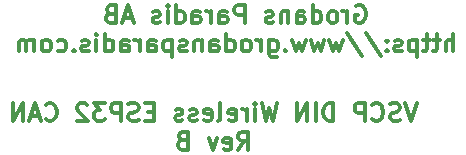
<source format=gbr>
%TF.GenerationSoftware,KiCad,Pcbnew,6.0.2+dfsg-1*%
%TF.CreationDate,2022-06-15T15:33:45+02:00*%
%TF.ProjectId,vscp-din-wireless-esp32-can,76736370-2d64-4696-9e2d-776972656c65,rev?*%
%TF.SameCoordinates,Original*%
%TF.FileFunction,Legend,Bot*%
%TF.FilePolarity,Positive*%
%FSLAX46Y46*%
G04 Gerber Fmt 4.6, Leading zero omitted, Abs format (unit mm)*
G04 Created by KiCad (PCBNEW 6.0.2+dfsg-1) date 2022-06-15 15:33:45*
%MOMM*%
%LPD*%
G01*
G04 APERTURE LIST*
%ADD10C,0.300000*%
G04 APERTURE END LIST*
D10*
X163164285Y-84671071D02*
X162664285Y-86171071D01*
X162164285Y-84671071D01*
X161735714Y-86099642D02*
X161521428Y-86171071D01*
X161164285Y-86171071D01*
X161021428Y-86099642D01*
X160950000Y-86028214D01*
X160878571Y-85885357D01*
X160878571Y-85742500D01*
X160950000Y-85599642D01*
X161021428Y-85528214D01*
X161164285Y-85456785D01*
X161450000Y-85385357D01*
X161592857Y-85313928D01*
X161664285Y-85242500D01*
X161735714Y-85099642D01*
X161735714Y-84956785D01*
X161664285Y-84813928D01*
X161592857Y-84742500D01*
X161450000Y-84671071D01*
X161092857Y-84671071D01*
X160878571Y-84742500D01*
X159378571Y-86028214D02*
X159450000Y-86099642D01*
X159664285Y-86171071D01*
X159807142Y-86171071D01*
X160021428Y-86099642D01*
X160164285Y-85956785D01*
X160235714Y-85813928D01*
X160307142Y-85528214D01*
X160307142Y-85313928D01*
X160235714Y-85028214D01*
X160164285Y-84885357D01*
X160021428Y-84742500D01*
X159807142Y-84671071D01*
X159664285Y-84671071D01*
X159450000Y-84742500D01*
X159378571Y-84813928D01*
X158735714Y-86171071D02*
X158735714Y-84671071D01*
X158164285Y-84671071D01*
X158021428Y-84742500D01*
X157950000Y-84813928D01*
X157878571Y-84956785D01*
X157878571Y-85171071D01*
X157950000Y-85313928D01*
X158021428Y-85385357D01*
X158164285Y-85456785D01*
X158735714Y-85456785D01*
X156092857Y-86171071D02*
X156092857Y-84671071D01*
X155735714Y-84671071D01*
X155521428Y-84742500D01*
X155378571Y-84885357D01*
X155307142Y-85028214D01*
X155235714Y-85313928D01*
X155235714Y-85528214D01*
X155307142Y-85813928D01*
X155378571Y-85956785D01*
X155521428Y-86099642D01*
X155735714Y-86171071D01*
X156092857Y-86171071D01*
X154592857Y-86171071D02*
X154592857Y-84671071D01*
X153878571Y-86171071D02*
X153878571Y-84671071D01*
X153021428Y-86171071D01*
X153021428Y-84671071D01*
X151307142Y-84671071D02*
X150950000Y-86171071D01*
X150664285Y-85099642D01*
X150378571Y-86171071D01*
X150021428Y-84671071D01*
X149450000Y-86171071D02*
X149450000Y-85171071D01*
X149450000Y-84671071D02*
X149521428Y-84742500D01*
X149450000Y-84813928D01*
X149378571Y-84742500D01*
X149450000Y-84671071D01*
X149450000Y-84813928D01*
X148735714Y-86171071D02*
X148735714Y-85171071D01*
X148735714Y-85456785D02*
X148664285Y-85313928D01*
X148592857Y-85242500D01*
X148450000Y-85171071D01*
X148307142Y-85171071D01*
X147235714Y-86099642D02*
X147378571Y-86171071D01*
X147664285Y-86171071D01*
X147807142Y-86099642D01*
X147878571Y-85956785D01*
X147878571Y-85385357D01*
X147807142Y-85242500D01*
X147664285Y-85171071D01*
X147378571Y-85171071D01*
X147235714Y-85242500D01*
X147164285Y-85385357D01*
X147164285Y-85528214D01*
X147878571Y-85671071D01*
X146307142Y-86171071D02*
X146450000Y-86099642D01*
X146521428Y-85956785D01*
X146521428Y-84671071D01*
X145164285Y-86099642D02*
X145307142Y-86171071D01*
X145592857Y-86171071D01*
X145735714Y-86099642D01*
X145807142Y-85956785D01*
X145807142Y-85385357D01*
X145735714Y-85242500D01*
X145592857Y-85171071D01*
X145307142Y-85171071D01*
X145164285Y-85242500D01*
X145092857Y-85385357D01*
X145092857Y-85528214D01*
X145807142Y-85671071D01*
X144521428Y-86099642D02*
X144378571Y-86171071D01*
X144092857Y-86171071D01*
X143950000Y-86099642D01*
X143878571Y-85956785D01*
X143878571Y-85885357D01*
X143950000Y-85742500D01*
X144092857Y-85671071D01*
X144307142Y-85671071D01*
X144450000Y-85599642D01*
X144521428Y-85456785D01*
X144521428Y-85385357D01*
X144450000Y-85242500D01*
X144307142Y-85171071D01*
X144092857Y-85171071D01*
X143950000Y-85242500D01*
X143307142Y-86099642D02*
X143164285Y-86171071D01*
X142878571Y-86171071D01*
X142735714Y-86099642D01*
X142664285Y-85956785D01*
X142664285Y-85885357D01*
X142735714Y-85742500D01*
X142878571Y-85671071D01*
X143092857Y-85671071D01*
X143235714Y-85599642D01*
X143307142Y-85456785D01*
X143307142Y-85385357D01*
X143235714Y-85242500D01*
X143092857Y-85171071D01*
X142878571Y-85171071D01*
X142735714Y-85242500D01*
X140878571Y-85385357D02*
X140378571Y-85385357D01*
X140164285Y-86171071D02*
X140878571Y-86171071D01*
X140878571Y-84671071D01*
X140164285Y-84671071D01*
X139592857Y-86099642D02*
X139378571Y-86171071D01*
X139021428Y-86171071D01*
X138878571Y-86099642D01*
X138807142Y-86028214D01*
X138735714Y-85885357D01*
X138735714Y-85742500D01*
X138807142Y-85599642D01*
X138878571Y-85528214D01*
X139021428Y-85456785D01*
X139307142Y-85385357D01*
X139450000Y-85313928D01*
X139521428Y-85242500D01*
X139592857Y-85099642D01*
X139592857Y-84956785D01*
X139521428Y-84813928D01*
X139450000Y-84742500D01*
X139307142Y-84671071D01*
X138950000Y-84671071D01*
X138735714Y-84742500D01*
X138092857Y-86171071D02*
X138092857Y-84671071D01*
X137521428Y-84671071D01*
X137378571Y-84742500D01*
X137307142Y-84813928D01*
X137235714Y-84956785D01*
X137235714Y-85171071D01*
X137307142Y-85313928D01*
X137378571Y-85385357D01*
X137521428Y-85456785D01*
X138092857Y-85456785D01*
X136735714Y-84671071D02*
X135807142Y-84671071D01*
X136307142Y-85242500D01*
X136092857Y-85242500D01*
X135950000Y-85313928D01*
X135878571Y-85385357D01*
X135807142Y-85528214D01*
X135807142Y-85885357D01*
X135878571Y-86028214D01*
X135950000Y-86099642D01*
X136092857Y-86171071D01*
X136521428Y-86171071D01*
X136664285Y-86099642D01*
X136735714Y-86028214D01*
X135235714Y-84813928D02*
X135164285Y-84742500D01*
X135021428Y-84671071D01*
X134664285Y-84671071D01*
X134521428Y-84742500D01*
X134450000Y-84813928D01*
X134378571Y-84956785D01*
X134378571Y-85099642D01*
X134450000Y-85313928D01*
X135307142Y-86171071D01*
X134378571Y-86171071D01*
X131735714Y-86028214D02*
X131807142Y-86099642D01*
X132021428Y-86171071D01*
X132164285Y-86171071D01*
X132378571Y-86099642D01*
X132521428Y-85956785D01*
X132592857Y-85813928D01*
X132664285Y-85528214D01*
X132664285Y-85313928D01*
X132592857Y-85028214D01*
X132521428Y-84885357D01*
X132378571Y-84742500D01*
X132164285Y-84671071D01*
X132021428Y-84671071D01*
X131807142Y-84742500D01*
X131735714Y-84813928D01*
X131164285Y-85742500D02*
X130450000Y-85742500D01*
X131307142Y-86171071D02*
X130807142Y-84671071D01*
X130307142Y-86171071D01*
X129807142Y-86171071D02*
X129807142Y-84671071D01*
X128950000Y-86171071D01*
X128950000Y-84671071D01*
X148021428Y-88586071D02*
X148521428Y-87871785D01*
X148878571Y-88586071D02*
X148878571Y-87086071D01*
X148307142Y-87086071D01*
X148164285Y-87157500D01*
X148092857Y-87228928D01*
X148021428Y-87371785D01*
X148021428Y-87586071D01*
X148092857Y-87728928D01*
X148164285Y-87800357D01*
X148307142Y-87871785D01*
X148878571Y-87871785D01*
X146807142Y-88514642D02*
X146950000Y-88586071D01*
X147235714Y-88586071D01*
X147378571Y-88514642D01*
X147450000Y-88371785D01*
X147450000Y-87800357D01*
X147378571Y-87657500D01*
X147235714Y-87586071D01*
X146950000Y-87586071D01*
X146807142Y-87657500D01*
X146735714Y-87800357D01*
X146735714Y-87943214D01*
X147450000Y-88086071D01*
X146235714Y-87586071D02*
X145878571Y-88586071D01*
X145521428Y-87586071D01*
X143307142Y-87800357D02*
X143092857Y-87871785D01*
X143021428Y-87943214D01*
X142950000Y-88086071D01*
X142950000Y-88300357D01*
X143021428Y-88443214D01*
X143092857Y-88514642D01*
X143235714Y-88586071D01*
X143807142Y-88586071D01*
X143807142Y-87086071D01*
X143307142Y-87086071D01*
X143164285Y-87157500D01*
X143092857Y-87228928D01*
X143021428Y-87371785D01*
X143021428Y-87514642D01*
X143092857Y-87657500D01*
X143164285Y-87728928D01*
X143307142Y-87800357D01*
X143807142Y-87800357D01*
X157992857Y-76442500D02*
X158135714Y-76371071D01*
X158350000Y-76371071D01*
X158564285Y-76442500D01*
X158707142Y-76585357D01*
X158778571Y-76728214D01*
X158850000Y-77013928D01*
X158850000Y-77228214D01*
X158778571Y-77513928D01*
X158707142Y-77656785D01*
X158564285Y-77799642D01*
X158350000Y-77871071D01*
X158207142Y-77871071D01*
X157992857Y-77799642D01*
X157921428Y-77728214D01*
X157921428Y-77228214D01*
X158207142Y-77228214D01*
X157278571Y-77871071D02*
X157278571Y-76871071D01*
X157278571Y-77156785D02*
X157207142Y-77013928D01*
X157135714Y-76942500D01*
X156992857Y-76871071D01*
X156850000Y-76871071D01*
X156135714Y-77871071D02*
X156278571Y-77799642D01*
X156350000Y-77728214D01*
X156421428Y-77585357D01*
X156421428Y-77156785D01*
X156350000Y-77013928D01*
X156278571Y-76942500D01*
X156135714Y-76871071D01*
X155921428Y-76871071D01*
X155778571Y-76942500D01*
X155707142Y-77013928D01*
X155635714Y-77156785D01*
X155635714Y-77585357D01*
X155707142Y-77728214D01*
X155778571Y-77799642D01*
X155921428Y-77871071D01*
X156135714Y-77871071D01*
X154350000Y-77871071D02*
X154350000Y-76371071D01*
X154350000Y-77799642D02*
X154492857Y-77871071D01*
X154778571Y-77871071D01*
X154921428Y-77799642D01*
X154992857Y-77728214D01*
X155064285Y-77585357D01*
X155064285Y-77156785D01*
X154992857Y-77013928D01*
X154921428Y-76942500D01*
X154778571Y-76871071D01*
X154492857Y-76871071D01*
X154350000Y-76942500D01*
X152992857Y-77871071D02*
X152992857Y-77085357D01*
X153064285Y-76942500D01*
X153207142Y-76871071D01*
X153492857Y-76871071D01*
X153635714Y-76942500D01*
X152992857Y-77799642D02*
X153135714Y-77871071D01*
X153492857Y-77871071D01*
X153635714Y-77799642D01*
X153707142Y-77656785D01*
X153707142Y-77513928D01*
X153635714Y-77371071D01*
X153492857Y-77299642D01*
X153135714Y-77299642D01*
X152992857Y-77228214D01*
X152278571Y-76871071D02*
X152278571Y-77871071D01*
X152278571Y-77013928D02*
X152207142Y-76942500D01*
X152064285Y-76871071D01*
X151850000Y-76871071D01*
X151707142Y-76942500D01*
X151635714Y-77085357D01*
X151635714Y-77871071D01*
X150992857Y-77799642D02*
X150850000Y-77871071D01*
X150564285Y-77871071D01*
X150421428Y-77799642D01*
X150350000Y-77656785D01*
X150350000Y-77585357D01*
X150421428Y-77442500D01*
X150564285Y-77371071D01*
X150778571Y-77371071D01*
X150921428Y-77299642D01*
X150992857Y-77156785D01*
X150992857Y-77085357D01*
X150921428Y-76942500D01*
X150778571Y-76871071D01*
X150564285Y-76871071D01*
X150421428Y-76942500D01*
X148564285Y-77871071D02*
X148564285Y-76371071D01*
X147992857Y-76371071D01*
X147850000Y-76442500D01*
X147778571Y-76513928D01*
X147707142Y-76656785D01*
X147707142Y-76871071D01*
X147778571Y-77013928D01*
X147850000Y-77085357D01*
X147992857Y-77156785D01*
X148564285Y-77156785D01*
X146421428Y-77871071D02*
X146421428Y-77085357D01*
X146492857Y-76942500D01*
X146635714Y-76871071D01*
X146921428Y-76871071D01*
X147064285Y-76942500D01*
X146421428Y-77799642D02*
X146564285Y-77871071D01*
X146921428Y-77871071D01*
X147064285Y-77799642D01*
X147135714Y-77656785D01*
X147135714Y-77513928D01*
X147064285Y-77371071D01*
X146921428Y-77299642D01*
X146564285Y-77299642D01*
X146421428Y-77228214D01*
X145707142Y-77871071D02*
X145707142Y-76871071D01*
X145707142Y-77156785D02*
X145635714Y-77013928D01*
X145564285Y-76942500D01*
X145421428Y-76871071D01*
X145278571Y-76871071D01*
X144135714Y-77871071D02*
X144135714Y-77085357D01*
X144207142Y-76942500D01*
X144350000Y-76871071D01*
X144635714Y-76871071D01*
X144778571Y-76942500D01*
X144135714Y-77799642D02*
X144278571Y-77871071D01*
X144635714Y-77871071D01*
X144778571Y-77799642D01*
X144850000Y-77656785D01*
X144850000Y-77513928D01*
X144778571Y-77371071D01*
X144635714Y-77299642D01*
X144278571Y-77299642D01*
X144135714Y-77228214D01*
X142778571Y-77871071D02*
X142778571Y-76371071D01*
X142778571Y-77799642D02*
X142921428Y-77871071D01*
X143207142Y-77871071D01*
X143350000Y-77799642D01*
X143421428Y-77728214D01*
X143492857Y-77585357D01*
X143492857Y-77156785D01*
X143421428Y-77013928D01*
X143350000Y-76942500D01*
X143207142Y-76871071D01*
X142921428Y-76871071D01*
X142778571Y-76942500D01*
X142064285Y-77871071D02*
X142064285Y-76871071D01*
X142064285Y-76371071D02*
X142135714Y-76442500D01*
X142064285Y-76513928D01*
X141992857Y-76442500D01*
X142064285Y-76371071D01*
X142064285Y-76513928D01*
X141421428Y-77799642D02*
X141278571Y-77871071D01*
X140992857Y-77871071D01*
X140849999Y-77799642D01*
X140778571Y-77656785D01*
X140778571Y-77585357D01*
X140849999Y-77442500D01*
X140992857Y-77371071D01*
X141207142Y-77371071D01*
X141349999Y-77299642D01*
X141421428Y-77156785D01*
X141421428Y-77085357D01*
X141349999Y-76942500D01*
X141207142Y-76871071D01*
X140992857Y-76871071D01*
X140849999Y-76942500D01*
X139064285Y-77442500D02*
X138349999Y-77442500D01*
X139207142Y-77871071D02*
X138707142Y-76371071D01*
X138207142Y-77871071D01*
X137207142Y-77085357D02*
X136992857Y-77156785D01*
X136921428Y-77228214D01*
X136849999Y-77371071D01*
X136849999Y-77585357D01*
X136921428Y-77728214D01*
X136992857Y-77799642D01*
X137135714Y-77871071D01*
X137707142Y-77871071D01*
X137707142Y-76371071D01*
X137207142Y-76371071D01*
X137064285Y-76442500D01*
X136992857Y-76513928D01*
X136921428Y-76656785D01*
X136921428Y-76799642D01*
X136992857Y-76942500D01*
X137064285Y-77013928D01*
X137207142Y-77085357D01*
X137707142Y-77085357D01*
X166242857Y-80286071D02*
X166242857Y-78786071D01*
X165600000Y-80286071D02*
X165600000Y-79500357D01*
X165671428Y-79357500D01*
X165814285Y-79286071D01*
X166028571Y-79286071D01*
X166171428Y-79357500D01*
X166242857Y-79428928D01*
X165100000Y-79286071D02*
X164528571Y-79286071D01*
X164885714Y-78786071D02*
X164885714Y-80071785D01*
X164814285Y-80214642D01*
X164671428Y-80286071D01*
X164528571Y-80286071D01*
X164242857Y-79286071D02*
X163671428Y-79286071D01*
X164028571Y-78786071D02*
X164028571Y-80071785D01*
X163957142Y-80214642D01*
X163814285Y-80286071D01*
X163671428Y-80286071D01*
X163171428Y-79286071D02*
X163171428Y-80786071D01*
X163171428Y-79357500D02*
X163028571Y-79286071D01*
X162742857Y-79286071D01*
X162600000Y-79357500D01*
X162528571Y-79428928D01*
X162457142Y-79571785D01*
X162457142Y-80000357D01*
X162528571Y-80143214D01*
X162600000Y-80214642D01*
X162742857Y-80286071D01*
X163028571Y-80286071D01*
X163171428Y-80214642D01*
X161885714Y-80214642D02*
X161742857Y-80286071D01*
X161457142Y-80286071D01*
X161314285Y-80214642D01*
X161242857Y-80071785D01*
X161242857Y-80000357D01*
X161314285Y-79857500D01*
X161457142Y-79786071D01*
X161671428Y-79786071D01*
X161814285Y-79714642D01*
X161885714Y-79571785D01*
X161885714Y-79500357D01*
X161814285Y-79357500D01*
X161671428Y-79286071D01*
X161457142Y-79286071D01*
X161314285Y-79357500D01*
X160600000Y-80143214D02*
X160528571Y-80214642D01*
X160600000Y-80286071D01*
X160671428Y-80214642D01*
X160600000Y-80143214D01*
X160600000Y-80286071D01*
X160600000Y-79357500D02*
X160528571Y-79428928D01*
X160600000Y-79500357D01*
X160671428Y-79428928D01*
X160600000Y-79357500D01*
X160600000Y-79500357D01*
X158814285Y-78714642D02*
X160100000Y-80643214D01*
X157242857Y-78714642D02*
X158528571Y-80643214D01*
X156885714Y-79286071D02*
X156600000Y-80286071D01*
X156314285Y-79571785D01*
X156028571Y-80286071D01*
X155742857Y-79286071D01*
X155314285Y-79286071D02*
X155028571Y-80286071D01*
X154742857Y-79571785D01*
X154457142Y-80286071D01*
X154171428Y-79286071D01*
X153742857Y-79286071D02*
X153457142Y-80286071D01*
X153171428Y-79571785D01*
X152885714Y-80286071D01*
X152600000Y-79286071D01*
X152028571Y-80143214D02*
X151957142Y-80214642D01*
X152028571Y-80286071D01*
X152100000Y-80214642D01*
X152028571Y-80143214D01*
X152028571Y-80286071D01*
X150671428Y-79286071D02*
X150671428Y-80500357D01*
X150742857Y-80643214D01*
X150814285Y-80714642D01*
X150957142Y-80786071D01*
X151171428Y-80786071D01*
X151314285Y-80714642D01*
X150671428Y-80214642D02*
X150814285Y-80286071D01*
X151100000Y-80286071D01*
X151242857Y-80214642D01*
X151314285Y-80143214D01*
X151385714Y-80000357D01*
X151385714Y-79571785D01*
X151314285Y-79428928D01*
X151242857Y-79357500D01*
X151100000Y-79286071D01*
X150814285Y-79286071D01*
X150671428Y-79357500D01*
X149957142Y-80286071D02*
X149957142Y-79286071D01*
X149957142Y-79571785D02*
X149885714Y-79428928D01*
X149814285Y-79357500D01*
X149671428Y-79286071D01*
X149528571Y-79286071D01*
X148814285Y-80286071D02*
X148957142Y-80214642D01*
X149028571Y-80143214D01*
X149100000Y-80000357D01*
X149100000Y-79571785D01*
X149028571Y-79428928D01*
X148957142Y-79357500D01*
X148814285Y-79286071D01*
X148600000Y-79286071D01*
X148457142Y-79357500D01*
X148385714Y-79428928D01*
X148314285Y-79571785D01*
X148314285Y-80000357D01*
X148385714Y-80143214D01*
X148457142Y-80214642D01*
X148600000Y-80286071D01*
X148814285Y-80286071D01*
X147028571Y-80286071D02*
X147028571Y-78786071D01*
X147028571Y-80214642D02*
X147171428Y-80286071D01*
X147457142Y-80286071D01*
X147600000Y-80214642D01*
X147671428Y-80143214D01*
X147742857Y-80000357D01*
X147742857Y-79571785D01*
X147671428Y-79428928D01*
X147600000Y-79357500D01*
X147457142Y-79286071D01*
X147171428Y-79286071D01*
X147028571Y-79357500D01*
X145671428Y-80286071D02*
X145671428Y-79500357D01*
X145742857Y-79357500D01*
X145885714Y-79286071D01*
X146171428Y-79286071D01*
X146314285Y-79357500D01*
X145671428Y-80214642D02*
X145814285Y-80286071D01*
X146171428Y-80286071D01*
X146314285Y-80214642D01*
X146385714Y-80071785D01*
X146385714Y-79928928D01*
X146314285Y-79786071D01*
X146171428Y-79714642D01*
X145814285Y-79714642D01*
X145671428Y-79643214D01*
X144957142Y-79286071D02*
X144957142Y-80286071D01*
X144957142Y-79428928D02*
X144885714Y-79357500D01*
X144742857Y-79286071D01*
X144528571Y-79286071D01*
X144385714Y-79357500D01*
X144314285Y-79500357D01*
X144314285Y-80286071D01*
X143671428Y-80214642D02*
X143528571Y-80286071D01*
X143242857Y-80286071D01*
X143100000Y-80214642D01*
X143028571Y-80071785D01*
X143028571Y-80000357D01*
X143100000Y-79857500D01*
X143242857Y-79786071D01*
X143457142Y-79786071D01*
X143600000Y-79714642D01*
X143671428Y-79571785D01*
X143671428Y-79500357D01*
X143600000Y-79357500D01*
X143457142Y-79286071D01*
X143242857Y-79286071D01*
X143100000Y-79357500D01*
X142385714Y-79286071D02*
X142385714Y-80786071D01*
X142385714Y-79357500D02*
X142242857Y-79286071D01*
X141957142Y-79286071D01*
X141814285Y-79357500D01*
X141742857Y-79428928D01*
X141671428Y-79571785D01*
X141671428Y-80000357D01*
X141742857Y-80143214D01*
X141814285Y-80214642D01*
X141957142Y-80286071D01*
X142242857Y-80286071D01*
X142385714Y-80214642D01*
X140385714Y-80286071D02*
X140385714Y-79500357D01*
X140457142Y-79357500D01*
X140600000Y-79286071D01*
X140885714Y-79286071D01*
X141028571Y-79357500D01*
X140385714Y-80214642D02*
X140528571Y-80286071D01*
X140885714Y-80286071D01*
X141028571Y-80214642D01*
X141100000Y-80071785D01*
X141100000Y-79928928D01*
X141028571Y-79786071D01*
X140885714Y-79714642D01*
X140528571Y-79714642D01*
X140385714Y-79643214D01*
X139671428Y-80286071D02*
X139671428Y-79286071D01*
X139671428Y-79571785D02*
X139600000Y-79428928D01*
X139528571Y-79357500D01*
X139385714Y-79286071D01*
X139242857Y-79286071D01*
X138100000Y-80286071D02*
X138100000Y-79500357D01*
X138171428Y-79357500D01*
X138314285Y-79286071D01*
X138600000Y-79286071D01*
X138742857Y-79357500D01*
X138100000Y-80214642D02*
X138242857Y-80286071D01*
X138600000Y-80286071D01*
X138742857Y-80214642D01*
X138814285Y-80071785D01*
X138814285Y-79928928D01*
X138742857Y-79786071D01*
X138600000Y-79714642D01*
X138242857Y-79714642D01*
X138100000Y-79643214D01*
X136742857Y-80286071D02*
X136742857Y-78786071D01*
X136742857Y-80214642D02*
X136885714Y-80286071D01*
X137171428Y-80286071D01*
X137314285Y-80214642D01*
X137385714Y-80143214D01*
X137457142Y-80000357D01*
X137457142Y-79571785D01*
X137385714Y-79428928D01*
X137314285Y-79357500D01*
X137171428Y-79286071D01*
X136885714Y-79286071D01*
X136742857Y-79357500D01*
X136028571Y-80286071D02*
X136028571Y-79286071D01*
X136028571Y-78786071D02*
X136100000Y-78857500D01*
X136028571Y-78928928D01*
X135957142Y-78857500D01*
X136028571Y-78786071D01*
X136028571Y-78928928D01*
X135385714Y-80214642D02*
X135242857Y-80286071D01*
X134957142Y-80286071D01*
X134814285Y-80214642D01*
X134742857Y-80071785D01*
X134742857Y-80000357D01*
X134814285Y-79857500D01*
X134957142Y-79786071D01*
X135171428Y-79786071D01*
X135314285Y-79714642D01*
X135385714Y-79571785D01*
X135385714Y-79500357D01*
X135314285Y-79357500D01*
X135171428Y-79286071D01*
X134957142Y-79286071D01*
X134814285Y-79357500D01*
X134100000Y-80143214D02*
X134028571Y-80214642D01*
X134100000Y-80286071D01*
X134171428Y-80214642D01*
X134100000Y-80143214D01*
X134100000Y-80286071D01*
X132742857Y-80214642D02*
X132885714Y-80286071D01*
X133171428Y-80286071D01*
X133314285Y-80214642D01*
X133385714Y-80143214D01*
X133457142Y-80000357D01*
X133457142Y-79571785D01*
X133385714Y-79428928D01*
X133314285Y-79357500D01*
X133171428Y-79286071D01*
X132885714Y-79286071D01*
X132742857Y-79357500D01*
X131885714Y-80286071D02*
X132028571Y-80214642D01*
X132100000Y-80143214D01*
X132171428Y-80000357D01*
X132171428Y-79571785D01*
X132100000Y-79428928D01*
X132028571Y-79357500D01*
X131885714Y-79286071D01*
X131671428Y-79286071D01*
X131528571Y-79357500D01*
X131457142Y-79428928D01*
X131385714Y-79571785D01*
X131385714Y-80000357D01*
X131457142Y-80143214D01*
X131528571Y-80214642D01*
X131671428Y-80286071D01*
X131885714Y-80286071D01*
X130742857Y-80286071D02*
X130742857Y-79286071D01*
X130742857Y-79428928D02*
X130671428Y-79357500D01*
X130528571Y-79286071D01*
X130314285Y-79286071D01*
X130171428Y-79357500D01*
X130100000Y-79500357D01*
X130100000Y-80286071D01*
X130100000Y-79500357D02*
X130028571Y-79357500D01*
X129885714Y-79286071D01*
X129671428Y-79286071D01*
X129528571Y-79357500D01*
X129457142Y-79500357D01*
X129457142Y-80286071D01*
M02*

</source>
